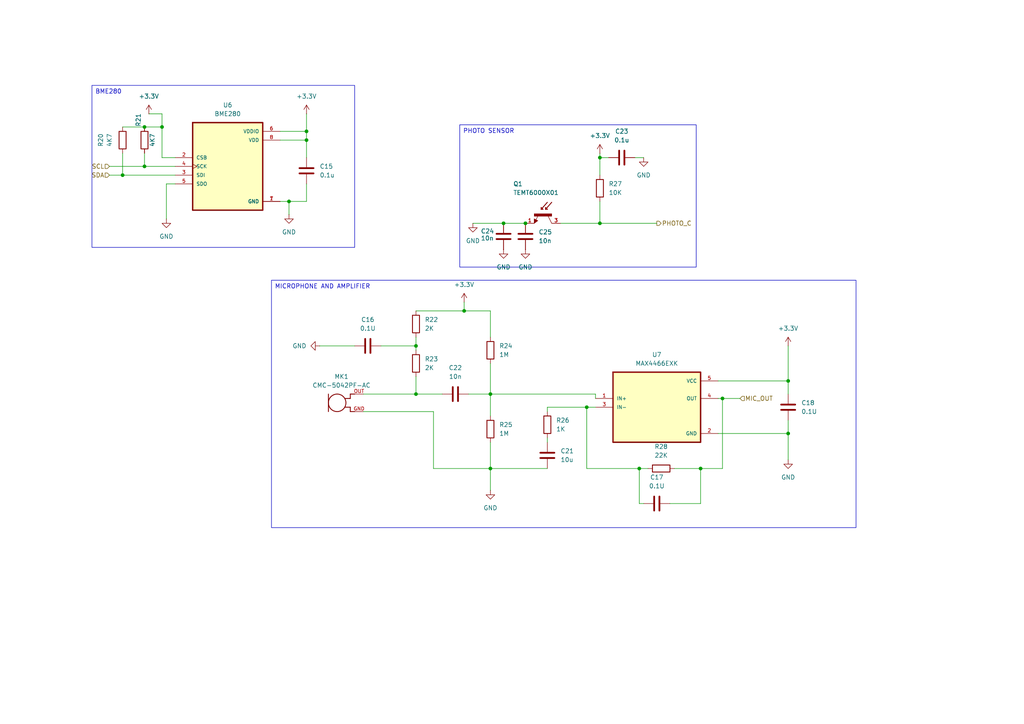
<source format=kicad_sch>
(kicad_sch (version 20250114) (generator "eeschema") (generator_version "9.0")
  (paper "A4")
  (lib_symbols
    (symbol "BME280:BME280" (pin_names (offset 1.016))
      (property "Reference" "U" (at -10.1662 13.3431 0))
      (property "Value" "BME280" (at -10.1683 -15.2524 0))
      (symbol "BME280_0_0"
        (rectangle (start -10.16 -12.7) (end 10.16 12.7) (stroke (width 0.4064)) (fill (type background)))
        (pin input line (at -15.24 2.54 0) (length 5.08) (name "CSB") (number "2"))
        (pin input clock (at -15.24 0 0) (length 5.08) (name "SCK") (number "4"))
        (pin bidirectional line (at -15.24 -2.54 0) (length 5.08) (name "SDI") (number "3"))
        (pin bidirectional line (at -15.24 -5.08 0) (length 5.08) (name "SDO") (number "5"))
        (pin power_in line (at 15.24 10.16 180) (length 5.08) (name "VDDIO") (number "6"))
        (pin power_in line (at 15.24 7.62 180) (length 5.08) (name "VDD") (number "8"))
        (pin power_in line (at 15.24 -10.16 180) (length 5.08) (name "GND") (number "1"))
        (pin power_in line (at 15.24 -10.16 180) (length 5.08) (name "GND") (number "7"))
      )
    )
    (symbol "CMC-5042PF-AC:CMC-5042PF-AC" (pin_names (offset 1.016))
      (property "Reference" "MK" (at -2.5424 5.0848 0))
      (property "Value" "CMC-5042PF-AC" (at -2.5442 -6.3606 0))
      (symbol "CMC-5042PF-AC_0_0"
        (polyline (pts (xy -2.54 2.54) (xy -2.54 -2.54)) (stroke (width 0.254)))
        (circle (center 0 0) (radius 2.54) (stroke (width 0.254)))
        (polyline (pts (xy 3.81 2.54) (xy 3.81 1.27)) (stroke (width 0.254)))
        (polyline (pts (xy 3.81 1.27) (xy 2.2352 1.27)) (stroke (width 0.254)))
        (polyline (pts (xy 3.81 -1.27) (xy 2.2352 -1.27)) (stroke (width 0.254)))
        (polyline (pts (xy 3.81 -2.54) (xy 3.81 -1.27)) (stroke (width 0.254)))
        (polyline (pts (xy 5.08 2.54) (xy 3.81 2.54)) (stroke (width 0.254)))
        (polyline (pts (xy 5.08 -2.54) (xy 3.81 -2.54)) (stroke (width 0.254)))
        (pin output line (at 7.62 2.54 180) (length 2.54) (name "~") (number "OUT"))
        (pin power_in line (at 7.62 -2.54 180) (length 2.54) (name "~") (number "GND"))
      )
    )
    (symbol "Device:C" (pin_numbers (hide yes)) (pin_names (offset 0.254))
      (property "Reference" "C" (at 0.635 2.54 0))
      (property "Value" "C" (at 0.635 -2.54 0))
      (symbol "C_0_1"
        (polyline (pts (xy -2.032 0.762) (xy 2.032 0.762)) (stroke (width 0.508)))
        (polyline (pts (xy -2.032 -0.762) (xy 2.032 -0.762)) (stroke (width 0.508)))
      )
      (symbol "C_1_1"
        (pin passive line (at 0 3.81 270) (length 2.794) (name "~") (number "1"))
        (pin passive line (at 0 -3.81 90) (length 2.794) (name "~") (number "2"))
      )
    )
    (symbol "Device:R" (pin_numbers (hide yes)) (pin_names (offset 0))
      (property "Reference" "R" (at 2.032 0 90))
      (property "Value" "R" (at 0 0 90))
      (symbol "R_0_1"
        (rectangle (start -1.016 -2.54) (end 1.016 2.54) (stroke (width 0.254)))
      )
      (symbol "R_1_1"
        (pin passive line (at 0 3.81 270) (length 1.27) (name "~") (number "1"))
        (pin passive line (at 0 -3.81 90) (length 1.27) (name "~") (number "2"))
      )
    )
    (symbol "MAX4466EXK:MAX4466EXK" (pin_names (offset 1.016))
      (property "Reference" "U" (at -12.7 11.16 0))
      (property "Value" "MAX4466EXK" (at -12.7 -14.16 0))
      (symbol "MAX4466EXK_0_0"
        (rectangle (start -12.7 -10.16) (end 12.7 10.16) (stroke (width 0.41)) (fill (type background)))
        (pin input line (at -17.78 2.54 0) (length 5.08) (name "IN+") (number "1"))
        (pin input line (at -17.78 0 0) (length 5.08) (name "IN-") (number "3"))
        (pin power_in line (at 17.78 7.62 180) (length 5.08) (name "VCC") (number "5"))
        (pin output line (at 17.78 2.54 180) (length 5.08) (name "OUT") (number "4"))
        (pin power_in line (at 17.78 -7.62 180) (length 5.08) (name "GND") (number "2"))
      )
    )
    (symbol "TEMT6000X01:TEMT6000X01" (pin_names (offset 1.016))
      (property "Reference" "Q" (at 5.0999 0 0))
      (property "Value" "TEMT6000X01" (at 5.0887 -2.5444 0))
      (symbol "TEMT6000X01_0_0"
        (polyline (pts (xy -3.556 2.54) (xy -1.524 0.762)) (stroke (width 0.254)))
        (polyline (pts (xy -3.556 1.27) (xy -1.524 -0.508)) (stroke (width 0.254)))
        (polyline (pts (xy -2.032 0.762) (xy -1.524 1.27)) (stroke (width 0.254)))
        (polyline (pts (xy -2.032 -0.508) (xy -1.524 0)) (stroke (width 0.254)))
        (polyline (pts (xy -1.524 1.27) (xy -1.524 0.762)) (stroke (width 0.254)))
        (polyline (pts (xy -1.524 0.762) (xy -2.032 0.762)) (stroke (width 0.254)))
        (polyline (pts (xy -1.524 0) (xy -1.524 -0.508)) (stroke (width 0.254)))
        (polyline (pts (xy -1.524 -0.508) (xy -2.032 -0.508)) (stroke (width 0.254)))
        (rectangle (start -0.2547 -2.5468) (end 0.508 2.54) (stroke (width 0.1)) (fill (type outline)))
        (polyline (pts (xy 1.27 -2.54) (xy 1.778 -1.524)) (stroke (width 0.1524)))
        (polyline (pts (xy 1.524 -2.286) (xy 1.905 -2.286)) (stroke (width 0.254)))
        (polyline (pts (xy 1.524 -2.413) (xy 2.286 -2.413)) (stroke (width 0.254)))
        (polyline (pts (xy 1.54 -2.04) (xy 0.308 -1.424)) (stroke (width 0.1524)))
        (polyline (pts (xy 1.778 -1.524) (xy 2.54 -2.54)) (stroke (width 0.1524)))
        (polyline (pts (xy 1.778 -1.778) (xy 1.524 -2.286)) (stroke (width 0.254)))
        (polyline (pts (xy 1.905 -2.286) (xy 1.778 -2.032)) (stroke (width 0.254)))
        (polyline (pts (xy 2.286 -2.413) (xy 1.778 -1.778)) (stroke (width 0.254)))
        (polyline (pts (xy 2.54 2.54) (xy 0.508 1.524)) (stroke (width 0.1524)))
        (polyline (pts (xy 2.54 -2.54) (xy 1.27 -2.54)) (stroke (width 0.1524)))
        (pin passive line (at 2.54 5.08 270) (length 2.54) (name "~") (number "3"))
        (pin passive line (at 2.54 -5.08 90) (length 2.54) (name "~") (number "1"))
      )
    )
    (symbol "power:+3.3V" (power) (pin_numbers (hide yes)) (pin_names (offset 0) (hide yes))
      (property "Value" "+3.3V" (at 0 3.556 0))
      (symbol "+3.3V_0_1"
        (polyline (pts (xy -0.762 1.27) (xy 0 2.54)))
        (polyline (pts (xy 0 2.54) (xy 0.762 1.27)))
        (polyline (pts (xy 0 0) (xy 0 2.54)))
      )
      (symbol "+3.3V_1_1"
        (pin power_in line (at 0 0 90) (length 0) (name "~") (number "1"))
      )
    )
    (symbol "power:GND" (power) (pin_numbers (hide yes)) (pin_names (offset 0) (hide yes))
      (property "Value" "GND" (at 0 -3.81 0))
      (symbol "GND_0_1"
        (polyline (pts (xy 0 0) (xy 0 -1.27) (xy 1.27 -1.27) (xy 0 -2.54) (xy -1.27 -1.27) (xy 0 -1.27)))
      )
      (symbol "GND_1_1"
        (pin power_in line (at 0 0 270) (length 0) (name "~") (number "1"))
      )
    )
  )
  (text_box "MICROPHONE AND AMPLIFIER\n" (at 78.74 81.28 0) (size 169.545 71.755) (margins 0.9525 0.9525 0.9525 0.9525) (effects (font (size 1.27 1.27)) (justify left top)))
  (text_box "BME280\n\n" (at 26.67 24.765 0) (size 76.2 46.99) (margins 0.9525 0.9525 0.9525 0.9525) (effects (font (size 1.27 1.27)) (justify left top)))
  (text_box "PHOTO SENSOR\n" (at 133.35 36.195 0) (size 68.58 41.275) (margins 0.9525 0.9525 0.9525 0.9525) (effects (font (size 1.27 1.27)) (justify left top)))
  (junction (at 152.4 64.77))
  (junction (at 120.65 100.33))
  (junction (at 35.56 50.8))
  (junction (at 88.9 40.64))
  (junction (at 46.99 36.83))
  (junction (at 185.42 135.89))
  (junction (at 209.55 115.57))
  (junction (at 120.65 114.3))
  (junction (at 83.82 58.42))
  (junction (at 173.99 64.77))
  (junction (at 88.9 38.1))
  (junction (at 146.05 64.77))
  (junction (at 203.2 135.89))
  (junction (at 170.18 118.11))
  (junction (at 228.6 125.73))
  (junction (at 41.91 36.83))
  (junction (at 41.91 48.26))
  (junction (at 228.6 110.49))
  (junction (at 173.99 45.72))
  (junction (at 142.24 135.89))
  (junction (at 134.62 90.17))
  (junction (at 142.24 114.3))
  (wire (pts (xy 185.42 146.05) (xy 186.69 146.05)))
  (wire (pts (xy 194.31 146.05) (xy 203.2 146.05)))
  (wire (pts (xy 228.6 125.73) (xy 228.6 133.35)))
  (wire (pts (xy 48.26 63.5) (xy 48.26 53.34)))
  (wire (pts (xy 158.75 128.27) (xy 158.75 127)))
  (wire (pts (xy 92.71 100.33) (xy 102.87 100.33)))
  (wire (pts (xy 208.28 125.73) (xy 228.6 125.73)))
  (wire (pts (xy 142.24 135.89) (xy 158.75 135.89)))
  (wire (pts (xy 48.26 53.34) (xy 50.8 53.34)))
  (wire (pts (xy 208.28 115.57) (xy 209.55 115.57)))
  (wire (pts (xy 125.73 135.89) (xy 142.24 135.89)))
  (wire (pts (xy 105.41 114.3) (xy 120.65 114.3)))
  (wire (pts (xy 88.9 33.02) (xy 88.9 38.1)))
  (wire (pts (xy 158.75 118.11) (xy 170.18 118.11)))
  (wire (pts (xy 162.56 64.77) (xy 173.99 64.77)))
  (wire (pts (xy 81.28 40.64) (xy 88.9 40.64)))
  (wire (pts (xy 173.99 64.77) (xy 173.99 58.42)))
  (wire (pts (xy 31.75 48.26) (xy 41.91 48.26)))
  (wire (pts (xy 105.41 119.38) (xy 125.73 119.38)))
  (wire (pts (xy 46.99 36.83) (xy 46.99 33.02)))
  (wire (pts (xy 228.6 110.49) (xy 228.6 114.3)))
  (wire (pts (xy 203.2 146.05) (xy 203.2 135.89)))
  (wire (pts (xy 208.28 110.49) (xy 228.6 110.49)))
  (wire (pts (xy 228.6 110.49) (xy 228.6 100.33)))
  (wire (pts (xy 184.15 45.72) (xy 186.69 45.72)))
  (wire (pts (xy 88.9 58.42) (xy 83.82 58.42)))
  (wire (pts (xy 46.99 45.72) (xy 46.99 36.83)))
  (wire (pts (xy 146.05 64.77) (xy 152.4 64.77)))
  (wire (pts (xy 142.24 114.3) (xy 172.72 114.3)))
  (wire (pts (xy 203.2 135.89) (xy 195.58 135.89)))
  (wire (pts (xy 88.9 40.64) (xy 88.9 45.72)))
  (wire (pts (xy 35.56 44.45) (xy 35.56 50.8)))
  (wire (pts (xy 120.65 109.22) (xy 120.65 114.3)))
  (wire (pts (xy 120.65 114.3) (xy 128.27 114.3)))
  (wire (pts (xy 41.91 48.26) (xy 50.8 48.26)))
  (wire (pts (xy 228.6 121.92) (xy 228.6 125.73)))
  (wire (pts (xy 170.18 118.11) (xy 172.72 118.11)))
  (wire (pts (xy 41.91 44.45) (xy 41.91 48.26)))
  (wire (pts (xy 135.89 114.3) (xy 142.24 114.3)))
  (wire (pts (xy 31.75 50.8) (xy 35.56 50.8)))
  (wire (pts (xy 185.42 135.89) (xy 185.42 146.05)))
  (wire (pts (xy 81.28 58.42) (xy 83.82 58.42)))
  (wire (pts (xy 35.56 36.83) (xy 41.91 36.83)))
  (wire (pts (xy 35.56 50.8) (xy 50.8 50.8)))
  (wire (pts (xy 209.55 115.57) (xy 214.63 115.57)))
  (wire (pts (xy 81.28 38.1) (xy 88.9 38.1)))
  (wire (pts (xy 120.65 97.79) (xy 120.65 100.33)))
  (wire (pts (xy 142.24 114.3) (xy 142.24 120.65)))
  (wire (pts (xy 158.75 119.38) (xy 158.75 118.11)))
  (wire (pts (xy 170.18 118.11) (xy 170.18 135.89)))
  (wire (pts (xy 142.24 128.27) (xy 142.24 135.89)))
  (wire (pts (xy 209.55 115.57) (xy 209.55 135.89)))
  (wire (pts (xy 110.49 100.33) (xy 120.65 100.33)))
  (wire (pts (xy 173.99 45.72) (xy 176.53 45.72)))
  (wire (pts (xy 187.96 135.89) (xy 185.42 135.89)))
  (wire (pts (xy 134.62 90.17) (xy 142.24 90.17)))
  (wire (pts (xy 142.24 105.41) (xy 142.24 114.3)))
  (wire (pts (xy 88.9 53.34) (xy 88.9 58.42)))
  (wire (pts (xy 170.18 135.89) (xy 185.42 135.89)))
  (wire (pts (xy 120.65 100.33) (xy 120.65 101.6)))
  (wire (pts (xy 134.62 87.63) (xy 134.62 90.17)))
  (wire (pts (xy 46.99 33.02) (xy 43.18 33.02)))
  (wire (pts (xy 173.99 44.45) (xy 173.99 45.72)))
  (wire (pts (xy 173.99 45.72) (xy 173.99 50.8)))
  (wire (pts (xy 137.16 64.77) (xy 146.05 64.77)))
  (wire (pts (xy 172.72 114.3) (xy 172.72 115.57)))
  (wire (pts (xy 209.55 135.89) (xy 203.2 135.89)))
  (wire (pts (xy 83.82 58.42) (xy 83.82 62.23)))
  (wire (pts (xy 50.8 45.72) (xy 46.99 45.72)))
  (wire (pts (xy 142.24 135.89) (xy 142.24 142.24)))
  (wire (pts (xy 120.65 90.17) (xy 134.62 90.17)))
  (wire (pts (xy 88.9 38.1) (xy 88.9 40.64)))
  (wire (pts (xy 125.73 119.38) (xy 125.73 135.89)))
  (wire (pts (xy 41.91 36.83) (xy 46.99 36.83)))
  (wire (pts (xy 173.99 64.77) (xy 190.5 64.77)))
  (wire (pts (xy 142.24 90.17) (xy 142.24 97.79)))
  (hierarchical_label "SCL" (shape input) (at 31.75 48.26 180))
  (hierarchical_label "SDA" (shape input) (at 31.75 50.8 180))
  (hierarchical_label "MIC_OUT" (shape input) (at 214.63 115.57 0))
  (hierarchical_label "PHOTO_C" (shape output) (at 190.5 64.77 0))
  (symbol (lib_id "MAX4466EXK:MAX4466EXK") (at 190.5 118.11 0) (unit 1)
    (property "Reference" "U7" (at 190.5 102.87 0))
    (property "Value" "MAX4466EXK" (at 190.5 105.41 0))
    (property "Footprint" "ESP32 PROJECT LIB:SOT65P210X110-5N" (effects (hide yes)))
    (property "MF" "Analog Devices" (effects (hide yes)))
    (property "Description_1" "Amplifier IC 1-Channel (Mono) Class AB SC-70-5" (effects (hide yes)))
    (property "Package" "SC-70-5 Maxim" (effects (hide yes)))
    (property "Price" "None" (effects (hide yes)))
    (property "SnapEDA_Link" "https://www.snapeda.com/parts/MAX4466EXK/Analog+Devices/view-part/?ref=snap" (effects (hide yes)))
    (property "MP" "MAX4466EXK" (effects (hide yes)))
    (property "Availability" "In Stock" (effects (hide yes)))
    (property "Check_prices" "https://www.snapeda.com/parts/MAX4466EXK/Analog+Devices/view-part/?ref=eda" (effects (hide yes)))
  )
  (symbol (lib_id "power:GND") (at 142.24 142.24 0) (unit 1)
    (property "Reference" "#PWR043" (effects (hide yes)))
    (property "Value" "GND" (at 142.24 147.32 0))
    (property "Description" "Power symbol creates a global label with name \"GND\" , ground" (effects (hide yes)))
  )
  (symbol (lib_id "Device:C") (at 132.08 114.3 90) (unit 1)
    (property "Reference" "C22" (at 132.08 106.68 90))
    (property "Value" "10n" (at 132.08 109.22 90))
    (property "Footprint" "Capacitor_SMD:C_0805_2012Metric" (effects (hide yes)))
    (property "Description" "Unpolarized capacitor" (effects (hide yes)))
  )
  (symbol (lib_id "power:+3.3V") (at 43.18 33.02 0) (unit 1)
    (property "Reference" "#PWR036" (effects (hide yes)))
    (property "Value" "+3.3V" (at 43.18 27.94 0))
    (property "Description" "Power symbol creates a global label with name \"+3.3V\"" (effects (hide yes)))
  )
  (symbol (lib_id "Device:R") (at 191.77 135.89 90) (unit 1)
    (property "Reference" "R28" (at 191.77 129.54 90))
    (property "Value" "22K" (at 191.77 132.08 90))
    (property "Footprint" "Resistor_SMD:R_0805_2012Metric" (effects (hide yes)))
    (property "Description" "Resistor" (effects (hide yes)))
  )
  (symbol (lib_id "power:+3.3V") (at 228.6 100.33 0) (unit 1)
    (property "Reference" "#PWR045" (effects (hide yes)))
    (property "Value" "+3.3V" (at 228.6 95.25 0))
    (property "Description" "Power symbol creates a global label with name \"+3.3V\"" (effects (hide yes)))
  )
  (symbol (lib_id "power:GND") (at 228.6 133.35 0) (unit 1)
    (property "Reference" "#PWR046" (effects (hide yes)))
    (property "Value" "GND" (at 228.6 138.43 0))
    (property "Description" "Power symbol creates a global label with name \"GND\" , ground" (effects (hide yes)))
  )
  (symbol (lib_id "TEMT6000X01:TEMT6000X01") (at 157.48 62.23 270) (unit 1)
    (property "Reference" "Q1" (at 148.844 53.34 90) (effects (justify left)))
    (property "Value" "TEMT6000X01" (at 148.844 55.88 90) (effects (justify left)))
    (property "Footprint" "ESP32 PROJECT LIB:TRANS_TEMT6000X01" (effects (hide yes)))
    (property "MF" "Vishay Semiconductor" (effects (hide yes)))
    (property "Description_1" "Phototransistors 570nm Top View 1206 (3216 Metric)" (effects (hide yes)))
    (property "Package" "1206 Vishay" (effects (hide yes)))
    (property "Price" "None" (effects (hide yes)))
    (property "Check_prices" "https://www.snapeda.com/parts/TEMT6000X01/Vishay+Semiconductor+Opto+Division/view-part/?ref=eda" (effects (hide yes)))
    (property "STANDARD" "Manufacturer Recommendations" (effects (hide yes)))
    (property "PARTREV" "1.9" (effects (hide yes)))
    (property "SnapEDA_Link" "https://www.snapeda.com/parts/TEMT6000X01/Vishay+Semiconductor+Opto+Division/view-part/?ref=snap" (effects (hide yes)))
    (property "MP" "TEMT6000X01" (effects (hide yes)))
    (property "Availability" "In Stock" (effects (hide yes)))
    (property "MANUFACTURER" "VISHAY" (effects (hide yes)))
  )
  (symbol (lib_id "Device:C") (at 158.75 132.08 180) (unit 1)
    (property "Reference" "C21" (at 162.56 130.8099 0) (effects (justify right)))
    (property "Value" "10u" (at 162.56 133.3499 0) (effects (justify right)))
    (property "Footprint" "Capacitor_SMD:C_0805_2012Metric" (effects (hide yes)))
    (property "Description" "Unpolarized capacitor" (effects (hide yes)))
  )
  (symbol (lib_id "power:GND") (at 137.16 64.77 0) (unit 1)
    (property "Reference" "#PWR042" (effects (hide yes)))
    (property "Value" "GND" (at 137.16 69.85 0))
    (property "Description" "Power symbol creates a global label with name \"GND\" , ground" (effects (hide yes)))
  )
  (symbol (lib_id "power:GND") (at 152.4 72.39 0) (unit 1)
    (property "Reference" "#PWR060" (effects (hide yes)))
    (property "Value" "GND" (at 152.4 77.47 0))
    (property "Description" "Power symbol creates a global label with name \"GND\" , ground" (effects (hide yes)))
  )
  (symbol (lib_id "Device:C") (at 228.6 118.11 0) (unit 1)
    (property "Reference" "C18" (at 232.41 116.8399 0) (effects (justify left)))
    (property "Value" "0.1U" (at 232.41 119.3799 0) (effects (justify left)))
    (property "Footprint" "Capacitor_SMD:C_0805_2012Metric" (effects (hide yes)))
    (property "Description" "Unpolarized capacitor" (effects (hide yes)))
  )
  (symbol (lib_id "power:+3.3V") (at 134.62 87.63 0) (unit 1)
    (property "Reference" "#PWR041" (effects (hide yes)))
    (property "Value" "+3.3V" (at 134.62 82.55 0))
    (property "Description" "Power symbol creates a global label with name \"+3.3V\"" (effects (hide yes)))
  )
  (symbol (lib_id "BME280:BME280") (at 66.04 48.26 0) (unit 1)
    (property "Reference" "U6" (at 66.04 30.48 0))
    (property "Value" "BME280" (at 66.04 33.02 0))
    (property "Footprint" "ESP32 PROJECT LIB:PSON65P250X250X100-8N" (effects (hide yes)))
    (property "MF" "Bosch" (effects (hide yes)))
    (property "DESCRIPTION" "Integrated pressure, humidity and temperature sensor; 8-pin 2.5x2.5x0.93mm LGA" (effects (hide yes)))
    (property "PACKAGE" "LGA-8 Bosch" (effects (hide yes)))
    (property "PRICE" "4.94 USD" (effects (hide yes)))
    (property "Package" "LGA-8 Bosch" (effects (hide yes)))
    (property "Check_prices" "https://www.snapeda.com/parts/BME280/Bosch+Sensortec/view-part/?ref=eda" (effects (hide yes)))
    (property "STANDARD" "IPC-7351B" (effects (hide yes)))
    (property "SnapEDA_Link" "https://www.snapeda.com/parts/BME280/Bosch+Sensortec/view-part/?ref=snap" (effects (hide yes)))
    (property "MP" "BME280" (effects (hide yes)))
    (property "Price" "None" (effects (hide yes)))
    (property "Availability" "In Stock" (effects (hide yes)))
    (property "AVAILABILITY" "Good" (effects (hide yes)))
    (property "Description_1" "Board Mount Humidity Sensors MEMS humidity, pressure and temperature sensor" (effects (hide yes)))
  )
  (symbol (lib_id "CMC-5042PF-AC:CMC-5042PF-AC") (at 97.79 116.84 0) (unit 1)
    (property "Reference" "MK1" (at 99.06 109.22 0))
    (property "Value" "CMC-5042PF-AC" (at 99.06 111.76 0))
    (property "Footprint" "ESP32 PROJECT LIB:CUI_CMC-5042PF-AC" (effects (hide yes)))
    (property "MF" "Same Sky" (effects (hide yes)))
    (property "Description_1" "6.0 mm, Omnidirectional, PCB Mount, 2.0 Vdc, Electret Condenser Microphone" (effects (hide yes)))
    (property "Package" "None" (effects (hide yes)))
    (property "Price" "None" (effects (hide yes)))
    (property "Check_prices" "https://www.snapeda.com/parts/CMC-5042PF-AC/Same+Sky/view-part/?ref=eda" (effects (hide yes)))
    (property "STANDARD" "Manufacturer recommendations" (effects (hide yes)))
    (property "SnapEDA_Link" "https://www.snapeda.com/parts/CMC-5042PF-AC/Same+Sky/view-part/?ref=snap" (effects (hide yes)))
    (property "MP" "CMC-5042PF-AC" (effects (hide yes)))
    (property "Availability" "In Stock" (effects (hide yes)))
    (property "MANUFACTURER" "CUI INC" (effects (hide yes)))
  )
  (symbol (lib_id "Device:R") (at 173.99 54.61 0) (unit 1)
    (property "Reference" "R27" (at 176.53 53.3399 0) (effects (justify left)))
    (property "Value" "10K" (at 176.53 55.8799 0) (effects (justify left)))
    (property "Footprint" "Resistor_SMD:R_0805_2012Metric" (effects (hide yes)))
    (property "Description" "Resistor" (effects (hide yes)))
  )
  (symbol (lib_id "Device:R") (at 41.91 40.64 180) (unit 1)
    (property "Reference" "R21" (at 40.132 34.798 90))
    (property "Value" "4K7" (at 44.196 40.64 90))
    (property "Footprint" "Resistor_SMD:R_0805_2012Metric" (effects (hide yes)))
    (property "Description" "Resistor" (effects (hide yes)))
  )
  (symbol (lib_id "power:GND") (at 83.82 62.23 0) (unit 1)
    (property "Reference" "#PWR038" (effects (hide yes)))
    (property "Value" "GND" (at 83.82 67.31 0))
    (property "Description" "Power symbol creates a global label with name \"GND\" , ground" (effects (hide yes)))
  )
  (symbol (lib_id "power:+3.3V") (at 88.9 33.02 0) (unit 1)
    (property "Reference" "#PWR040" (effects (hide yes)))
    (property "Value" "+3.3V" (at 88.9 27.94 0))
    (property "Description" "Power symbol creates a global label with name \"+3.3V\"" (effects (hide yes)))
  )
  (symbol (lib_id "Device:C") (at 106.68 100.33 90) (unit 1)
    (property "Reference" "C16" (at 106.68 92.71 90))
    (property "Value" "0.1U" (at 106.68 95.25 90))
    (property "Footprint" "Capacitor_SMD:C_0805_2012Metric" (effects (hide yes)))
    (property "Description" "Unpolarized capacitor" (effects (hide yes)))
  )
  (symbol (lib_id "Device:R") (at 158.75 123.19 0) (unit 1)
    (property "Reference" "R26" (at 161.29 121.9199 0) (effects (justify left)))
    (property "Value" "1K" (at 161.29 124.4599 0) (effects (justify left)))
    (property "Footprint" "Resistor_SMD:R_0805_2012Metric" (effects (hide yes)))
    (property "Description" "Resistor" (effects (hide yes)))
  )
  (symbol (lib_id "Device:R") (at 142.24 101.6 0) (unit 1)
    (property "Reference" "R24" (at 144.78 100.3299 0) (effects (justify left)))
    (property "Value" "1M" (at 144.78 102.8699 0) (effects (justify left)))
    (property "Footprint" "Resistor_SMD:R_0805_2012Metric" (effects (hide yes)))
    (property "Description" "Resistor" (effects (hide yes)))
  )
  (symbol (lib_id "Device:C") (at 88.9 49.53 0) (unit 1)
    (property "Reference" "C15" (at 92.71 48.2599 0) (effects (justify left)))
    (property "Value" "0.1u" (at 92.71 50.7999 0) (effects (justify left)))
    (property "Footprint" "Capacitor_SMD:C_0805_2012Metric" (effects (hide yes)))
    (property "Description" "Unpolarized capacitor" (effects (hide yes)))
  )
  (symbol (lib_id "Device:R") (at 120.65 105.41 0) (unit 1)
    (property "Reference" "R23" (at 123.19 104.1399 0) (effects (justify left)))
    (property "Value" "2K" (at 123.19 106.6799 0) (effects (justify left)))
    (property "Footprint" "Resistor_SMD:R_0805_2012Metric" (effects (hide yes)))
    (property "Description" "Resistor" (effects (hide yes)))
  )
  (symbol (lib_id "power:GND") (at 146.05 72.39 0) (unit 1)
    (property "Reference" "#PWR059" (effects (hide yes)))
    (property "Value" "GND" (at 146.05 77.47 0))
    (property "Description" "Power symbol creates a global label with name \"GND\" , ground" (effects (hide yes)))
  )
  (symbol (lib_id "Device:C") (at 180.34 45.72 90) (unit 1)
    (property "Reference" "C23" (at 180.34 38.1 90))
    (property "Value" "0.1u" (at 180.34 40.64 90))
    (property "Footprint" "Capacitor_SMD:C_0805_2012Metric" (effects (hide yes)))
    (property "Description" "Unpolarized capacitor" (effects (hide yes)))
  )
  (symbol (lib_id "power:GND") (at 186.69 45.72 0) (unit 1)
    (property "Reference" "#PWR058" (effects (hide yes)))
    (property "Value" "GND" (at 186.69 50.8 0))
    (property "Description" "Power symbol creates a global label with name \"GND\" , ground" (effects (hide yes)))
  )
  (symbol (lib_id "Device:R") (at 142.24 124.46 0) (unit 1)
    (property "Reference" "R25" (at 144.78 123.1899 0) (effects (justify left)))
    (property "Value" "1M" (at 144.78 125.7299 0) (effects (justify left)))
    (property "Footprint" "Resistor_SMD:R_0805_2012Metric" (effects (hide yes)))
    (property "Description" "Resistor" (effects (hide yes)))
  )
  (symbol (lib_id "Device:R") (at 120.65 93.98 0) (unit 1)
    (property "Reference" "R22" (at 123.19 92.7099 0) (effects (justify left)))
    (property "Value" "2K" (at 123.19 95.2499 0) (effects (justify left)))
    (property "Footprint" "Resistor_SMD:R_0805_2012Metric" (effects (hide yes)))
    (property "Description" "Resistor" (effects (hide yes)))
  )
  (symbol (lib_id "Device:C") (at 190.5 146.05 90) (unit 1)
    (property "Reference" "C17" (at 190.5 138.43 90))
    (property "Value" "0.1U" (at 190.5 140.97 90))
    (property "Footprint" "Capacitor_SMD:C_0805_2012Metric" (effects (hide yes)))
    (property "Description" "Unpolarized capacitor" (effects (hide yes)))
  )
  (symbol (lib_id "Device:R") (at 35.56 40.64 180) (unit 1)
    (property "Reference" "R20" (at 29.21 40.64 90))
    (property "Value" "4K7" (at 31.75 40.64 90))
    (property "Footprint" "Resistor_SMD:R_0805_2012Metric" (effects (hide yes)))
    (property "Description" "Resistor" (effects (hide yes)))
  )
  (symbol (lib_id "power:GND") (at 48.26 63.5 0) (unit 1)
    (property "Reference" "#PWR037" (effects (hide yes)))
    (property "Value" "GND" (at 48.26 68.58 0))
    (property "Description" "Power symbol creates a global label with name \"GND\" , ground" (effects (hide yes)))
  )
  (symbol (lib_id "Device:C") (at 146.05 68.58 180) (unit 1)
    (property "Reference" "C24" (at 139.446 67.056 0) (effects (justify right)))
    (property "Value" "10n" (at 139.446 69.088 0) (effects (justify right)))
    (property "Footprint" "Capacitor_SMD:C_0805_2012Metric" (effects (hide yes)))
    (property "Description" "Unpolarized capacitor" (effects (hide yes)))
  )
  (symbol (lib_id "power:GND") (at 92.71 100.33 270) (unit 1)
    (property "Reference" "#PWR039" (effects (hide yes)))
    (property "Value" "GND" (at 88.9 100.3299 90) (effects (justify right)))
    (property "Description" "Power symbol creates a global label with name \"GND\" , ground" (effects (hide yes)))
  )
  (symbol (lib_id "Device:C") (at 152.4 68.58 180) (unit 1)
    (property "Reference" "C25" (at 156.21 67.3099 0) (effects (justify right)))
    (property "Value" "10n" (at 156.21 69.8499 0) (effects (justify right)))
    (property "Footprint" "Capacitor_SMD:C_0805_2012Metric" (effects (hide yes)))
    (property "Description" "Unpolarized capacitor" (effects (hide yes)))
  )
  (symbol (lib_id "power:+3.3V") (at 173.99 44.45 0) (unit 1)
    (property "Reference" "#PWR044" (effects (hide yes)))
    (property "Value" "+3.3V" (at 173.99 39.37 0))
    (property "Description" "Power symbol creates a global label with name \"+3.3V\"" (effects (hide yes)))
  )
)
</source>
